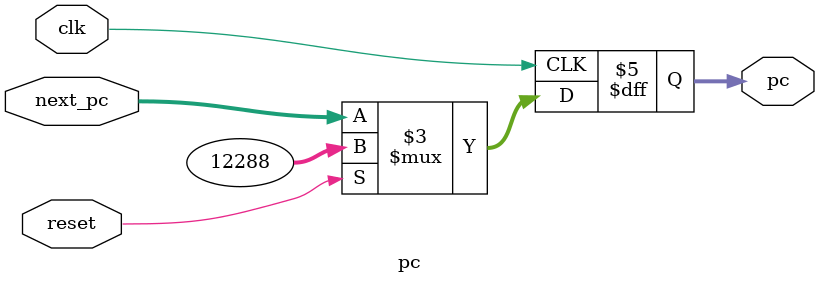
<source format=v>
`timescale 1ns / 1ps
module pc(
    input [31:0] next_pc,
    input clk,
    input reset,
    output reg[31:0] pc
    );

	always@(posedge clk) begin
		if(reset) begin
			pc <= 32'h00003000;
		end
		else begin
			pc <= next_pc;
		end
	end
endmodule

</source>
